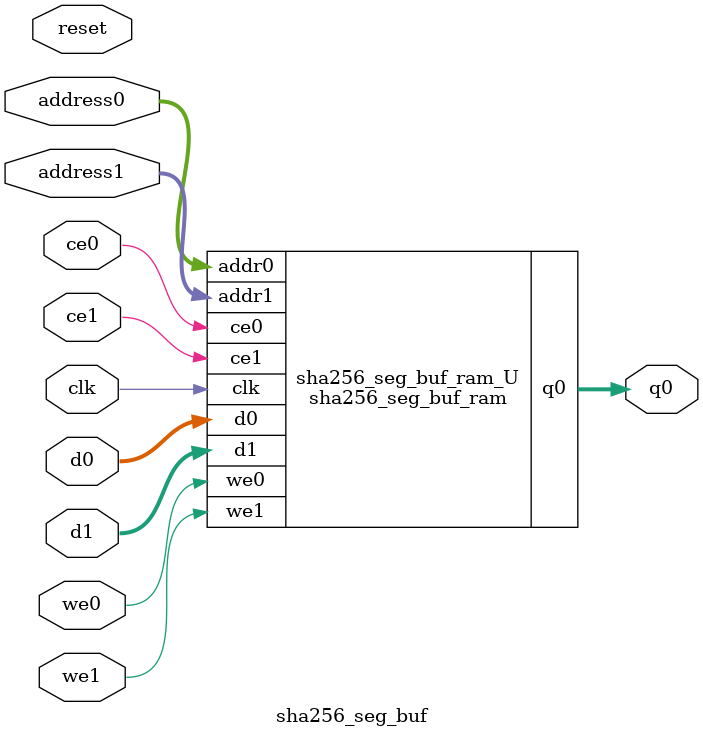
<source format=v>

`timescale 1 ns / 1 ps
module sha256_seg_buf_ram (addr0, ce0, d0, we0, q0, addr1, ce1, d1, we1,  clk);

parameter DWIDTH = 8;
parameter AWIDTH = 6;
parameter MEM_SIZE = 64;

input[AWIDTH-1:0] addr0;
input ce0;
input[DWIDTH-1:0] d0;
input we0;
output reg[DWIDTH-1:0] q0;
input[AWIDTH-1:0] addr1;
input ce1;
input[DWIDTH-1:0] d1;
input we1;
input clk;

(* ram_style = "block" *)reg [DWIDTH-1:0] ram[0:MEM_SIZE-1];




always @(posedge clk)  
begin 
    if (ce0) 
    begin
        if (we0) 
        begin 
            ram[addr0] <= d0; 
            q0 <= d0;
        end 
        else 
            q0 <= ram[addr0];
    end
end


always @(posedge clk)  
begin 
    if (ce1) 
    begin
        if (we1) 
        begin 
            ram[addr1] <= d1; 
        end 
    end
end


endmodule


`timescale 1 ns / 1 ps
module sha256_seg_buf(
    reset,
    clk,
    address0,
    ce0,
    we0,
    d0,
    q0,
    address1,
    ce1,
    we1,
    d1);

parameter DataWidth = 32'd8;
parameter AddressRange = 32'd64;
parameter AddressWidth = 32'd6;
input reset;
input clk;
input[AddressWidth - 1:0] address0;
input ce0;
input we0;
input[DataWidth - 1:0] d0;
output[DataWidth - 1:0] q0;
input[AddressWidth - 1:0] address1;
input ce1;
input we1;
input[DataWidth - 1:0] d1;



sha256_seg_buf_ram sha256_seg_buf_ram_U(
    .clk( clk ),
    .addr0( address0 ),
    .ce0( ce0 ),
    .d0( d0 ),
    .we0( we0 ),
    .q0( q0 ),
    .addr1( address1 ),
    .ce1( ce1 ),
    .d1( d1 ),
    .we1( we1 ));

endmodule


</source>
